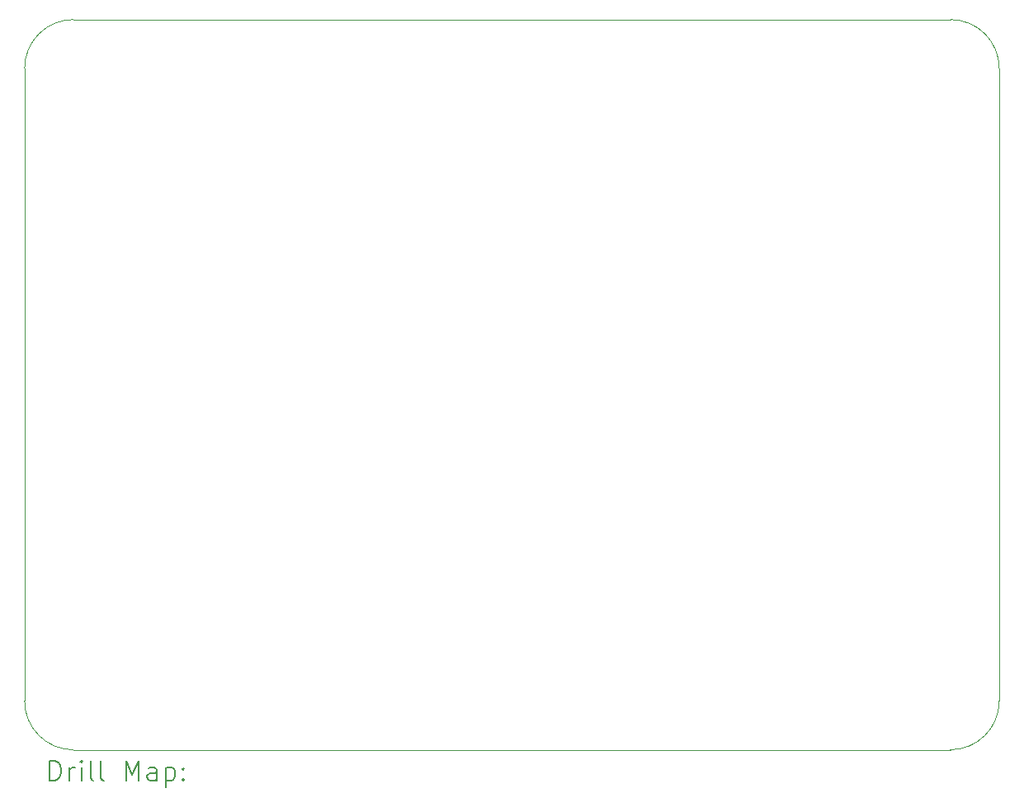
<source format=gbr>
%TF.GenerationSoftware,KiCad,Pcbnew,9.0.5*%
%TF.CreationDate,2025-10-16T12:34:52-04:00*%
%TF.ProjectId,INFERNO,494e4645-524e-44f2-9e6b-696361645f70,rev?*%
%TF.SameCoordinates,Original*%
%TF.FileFunction,Drillmap*%
%TF.FilePolarity,Positive*%
%FSLAX45Y45*%
G04 Gerber Fmt 4.5, Leading zero omitted, Abs format (unit mm)*
G04 Created by KiCad (PCBNEW 9.0.5) date 2025-10-16 12:34:52*
%MOMM*%
%LPD*%
G01*
G04 APERTURE LIST*
%ADD10C,0.050000*%
%ADD11C,0.200000*%
G04 APERTURE END LIST*
D10*
X13500000Y-8000000D02*
X22500000Y-8000000D01*
X13500000Y-15500000D02*
G75*
G02*
X13000000Y-15000000I0J500000D01*
G01*
X22500000Y-15500000D02*
X13500000Y-15500000D01*
X22500000Y-8000000D02*
G75*
G02*
X23000000Y-8500000I0J-500000D01*
G01*
X23000000Y-8500000D02*
X23000000Y-15000000D01*
X13000000Y-8500000D02*
G75*
G02*
X13500000Y-8000000I500000J0D01*
G01*
X23000000Y-15000000D02*
G75*
G02*
X22500000Y-15500000I-500000J0D01*
G01*
X13000000Y-15000000D02*
X13000000Y-8500000D01*
D11*
X13258277Y-15813984D02*
X13258277Y-15613984D01*
X13258277Y-15613984D02*
X13305896Y-15613984D01*
X13305896Y-15613984D02*
X13334467Y-15623508D01*
X13334467Y-15623508D02*
X13353515Y-15642555D01*
X13353515Y-15642555D02*
X13363039Y-15661603D01*
X13363039Y-15661603D02*
X13372562Y-15699698D01*
X13372562Y-15699698D02*
X13372562Y-15728269D01*
X13372562Y-15728269D02*
X13363039Y-15766365D01*
X13363039Y-15766365D02*
X13353515Y-15785412D01*
X13353515Y-15785412D02*
X13334467Y-15804460D01*
X13334467Y-15804460D02*
X13305896Y-15813984D01*
X13305896Y-15813984D02*
X13258277Y-15813984D01*
X13458277Y-15813984D02*
X13458277Y-15680650D01*
X13458277Y-15718746D02*
X13467801Y-15699698D01*
X13467801Y-15699698D02*
X13477324Y-15690174D01*
X13477324Y-15690174D02*
X13496372Y-15680650D01*
X13496372Y-15680650D02*
X13515420Y-15680650D01*
X13582086Y-15813984D02*
X13582086Y-15680650D01*
X13582086Y-15613984D02*
X13572562Y-15623508D01*
X13572562Y-15623508D02*
X13582086Y-15633031D01*
X13582086Y-15633031D02*
X13591610Y-15623508D01*
X13591610Y-15623508D02*
X13582086Y-15613984D01*
X13582086Y-15613984D02*
X13582086Y-15633031D01*
X13705896Y-15813984D02*
X13686848Y-15804460D01*
X13686848Y-15804460D02*
X13677324Y-15785412D01*
X13677324Y-15785412D02*
X13677324Y-15613984D01*
X13810658Y-15813984D02*
X13791610Y-15804460D01*
X13791610Y-15804460D02*
X13782086Y-15785412D01*
X13782086Y-15785412D02*
X13782086Y-15613984D01*
X14039229Y-15813984D02*
X14039229Y-15613984D01*
X14039229Y-15613984D02*
X14105896Y-15756841D01*
X14105896Y-15756841D02*
X14172562Y-15613984D01*
X14172562Y-15613984D02*
X14172562Y-15813984D01*
X14353515Y-15813984D02*
X14353515Y-15709222D01*
X14353515Y-15709222D02*
X14343991Y-15690174D01*
X14343991Y-15690174D02*
X14324943Y-15680650D01*
X14324943Y-15680650D02*
X14286848Y-15680650D01*
X14286848Y-15680650D02*
X14267801Y-15690174D01*
X14353515Y-15804460D02*
X14334467Y-15813984D01*
X14334467Y-15813984D02*
X14286848Y-15813984D01*
X14286848Y-15813984D02*
X14267801Y-15804460D01*
X14267801Y-15804460D02*
X14258277Y-15785412D01*
X14258277Y-15785412D02*
X14258277Y-15766365D01*
X14258277Y-15766365D02*
X14267801Y-15747317D01*
X14267801Y-15747317D02*
X14286848Y-15737793D01*
X14286848Y-15737793D02*
X14334467Y-15737793D01*
X14334467Y-15737793D02*
X14353515Y-15728269D01*
X14448753Y-15680650D02*
X14448753Y-15880650D01*
X14448753Y-15690174D02*
X14467801Y-15680650D01*
X14467801Y-15680650D02*
X14505896Y-15680650D01*
X14505896Y-15680650D02*
X14524943Y-15690174D01*
X14524943Y-15690174D02*
X14534467Y-15699698D01*
X14534467Y-15699698D02*
X14543991Y-15718746D01*
X14543991Y-15718746D02*
X14543991Y-15775888D01*
X14543991Y-15775888D02*
X14534467Y-15794936D01*
X14534467Y-15794936D02*
X14524943Y-15804460D01*
X14524943Y-15804460D02*
X14505896Y-15813984D01*
X14505896Y-15813984D02*
X14467801Y-15813984D01*
X14467801Y-15813984D02*
X14448753Y-15804460D01*
X14629705Y-15794936D02*
X14639229Y-15804460D01*
X14639229Y-15804460D02*
X14629705Y-15813984D01*
X14629705Y-15813984D02*
X14620182Y-15804460D01*
X14620182Y-15804460D02*
X14629705Y-15794936D01*
X14629705Y-15794936D02*
X14629705Y-15813984D01*
X14629705Y-15690174D02*
X14639229Y-15699698D01*
X14639229Y-15699698D02*
X14629705Y-15709222D01*
X14629705Y-15709222D02*
X14620182Y-15699698D01*
X14620182Y-15699698D02*
X14629705Y-15690174D01*
X14629705Y-15690174D02*
X14629705Y-15709222D01*
M02*

</source>
